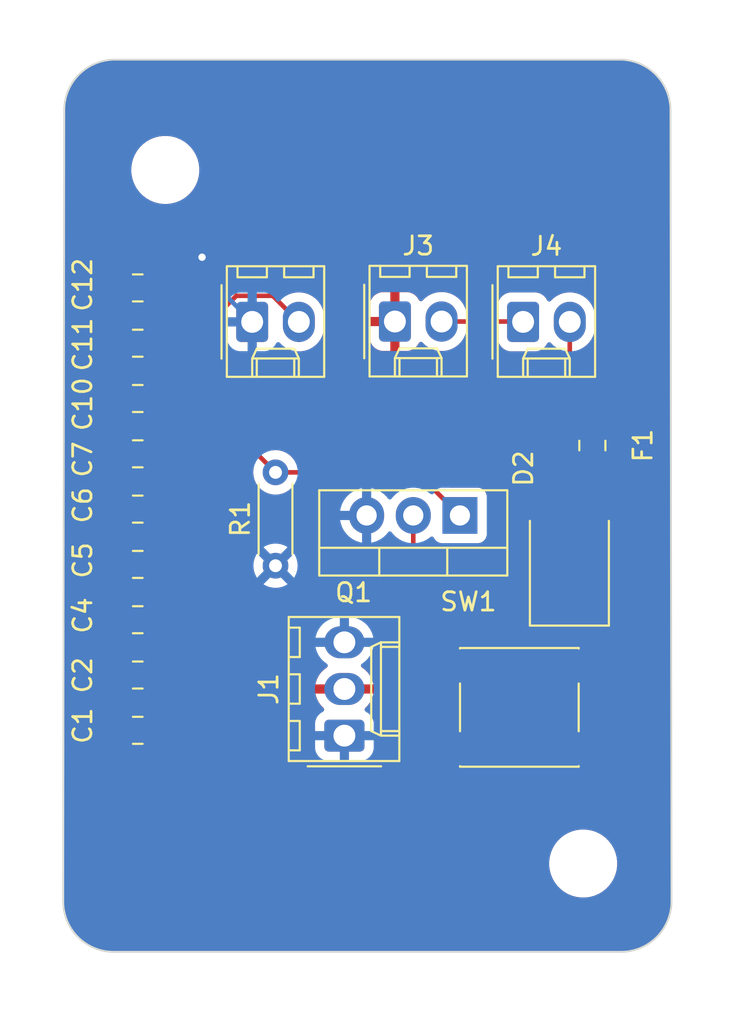
<source format=kicad_pcb>
(kicad_pcb (version 20240108) (generator "pcbnew") (generator_version "8.0")
  (title_block (title "Template") (date "2022-08-16") (rev "0.0") (company "Illini Solar Car") (comment 1 "Designed By: Your Name"))
  (layers (0 "F.Cu" signal) (31 "B.Cu" signal) (34 "B.Paste" user) (35 "F.Paste" user) (36 "B.SilkS" user "B.Silkscreen") (37 "F.SilkS" user "F.Silkscreen") (38 "B.Mask" user) (39 "F.Mask" user) (44 "Edge.Cuts" user))
  (net 0 "")
  (net 1 "+24V")
  (net 2 "GND")
  (net 3 "/HORN_CONTROL")
  (net 4 "Net-(D2-A)")
  (net 5 "Net-(D2-K)")
  (net 6 "Net-(J4-Pin_2)")
  (net 7 "Net-(J3-Pin_2)")
  (footprint "Connector_Molex:Molex_KK-254_AE-6410-02A_1x02_P2.54mm_Vertical" (layer "F.Cu") (at 96.48 40.77)
    (property "Reference" "J4" (at 1.27 -4.12 360) (layer "F.SilkS"))
    (property "Value" "HORN_OUT2")
    (fp_line (start -1.67 -2) (end -1.67 2) (stroke (width 0.12)) (layer "F.SilkS"))
    (fp_line (start -1.38 -3.03) (end -1.38 2.99) (stroke (width 0.12)) (layer "F.SilkS"))
    (fp_line (start -1.38 2.99) (end 3.92 2.99) (stroke (width 0.12)) (layer "F.SilkS"))
    (fp_line (start -0.8 -3.03) (end -0.8 -2.43) (stroke (width 0.12)) (layer "F.SilkS"))
    (fp_line (start -0.8 -2.43) (end 0.8 -2.43) (stroke (width 0.12)) (layer "F.SilkS"))
    (fp_line (start 0 1.99) (end 0.25 1.46) (stroke (width 0.12)) (layer "F.SilkS"))
    (fp_line (start 0 1.99) (end 2.54 1.99) (stroke (width 0.12)) (layer "F.SilkS"))
    (fp_line (start 0 2.99) (end 0 1.99) (stroke (width 0.12)) (layer "F.SilkS"))
    (fp_line (start 0.25 1.46) (end 2.29 1.46) (stroke (width 0.12)) (layer "F.SilkS"))
    (fp_line (start 0.25 2.99) (end 0.25 1.99) (stroke (width 0.12)) (layer "F.SilkS"))
    (fp_line (start 0.8 -2.43) (end 0.8 -3.03) (stroke (width 0.12)) (layer "F.SilkS"))
    (fp_line (start 1.74 -3.03) (end 1.74 -2.43) (stroke (width 0.12)) (layer "F.SilkS"))
    (fp_line (start 1.74 -2.43) (end 3.34 -2.43) (stroke (width 0.12)) (layer "F.SilkS"))
    (fp_line (start 2.29 1.46) (end 2.54 1.99) (stroke (width 0.12)) (layer "F.SilkS"))
    (fp_line (start 2.29 2.99) (end 2.29 1.99) (stroke (width 0.12)) (layer "F.SilkS"))
    (fp_line (start 2.54 1.99) (end 2.54 2.99) (stroke (width 0.12)) (layer "F.SilkS"))
    (fp_line (start 3.34 -2.43) (end 3.34 -3.03) (stroke (width 0.12)) (layer "F.SilkS"))
    (fp_line (start 3.92 -3.03) (end -1.38 -3.03) (stroke (width 0.12)) (layer "F.SilkS"))
    (fp_line (start 3.92 2.99) (end 3.92 -3.03) (stroke (width 0.12)) (layer "F.SilkS"))
    (pad "1" thru_hole roundrect (at 0 0) (size 1.74 2.19) (drill 1.19) (layers "*.Cu" "*.Mask") (roundrect_rratio 0.143678) (net 7 "Net-(J3-Pin_2)"))
    (pad "2" thru_hole oval (at 2.54 0) (size 1.74 2.19) (drill 1.19) (layers "*.Cu" "*.Mask") (net 6 "Net-(J4-Pin_2)"))
  )
  (footprint "Capacitor_SMD:C_0805_2012Metric_Pad1.18x1.45mm_HandSolder" (layer "F.Cu") (at 75.5 44.94 180)
    (property "Reference" "C10" (at 3 -0.31 90) (layer "F.SilkS"))
    (property "Value" "C")
    (fp_line (start -0.261252 0.735) (end 0.261252 0.735) (stroke (width 0.12)) (layer "F.SilkS"))
    (fp_line (start -0.261252 -0.735) (end 0.261252 -0.735) (stroke (width 0.12)) (layer "F.SilkS"))
    (pad "1" smd roundrect (at -1.0375 0 180) (size 1.175 1.45) (layers "F.Cu" "F.Paste" "F.Mask") (roundrect_rratio 0.212766) (net 3 "/HORN_CONTROL"))
    (pad "2" smd roundrect (at 1.0375 0 180) (size 1.175 1.45) (layers "F.Cu" "F.Paste" "F.Mask") (roundrect_rratio 0.212766) (net 2 "GND"))
  )
  (footprint "Capacitor_SMD:C_0805_2012Metric_Pad1.18x1.45mm_HandSolder" (layer "F.Cu") (at 75.5 53.97 180)
    (property "Reference" "C5" (at 3 0.22 90) (layer "F.SilkS"))
    (property "Value" "10 uF")
    (fp_line (start -0.261252 0.735) (end 0.261252 0.735) (stroke (width 0.12)) (layer "F.SilkS"))
    (fp_line (start -0.261252 -0.735) (end 0.261252 -0.735) (stroke (width 0.12)) (layer "F.SilkS"))
    (pad "1" smd roundrect (at -1.0375 0 180) (size 1.175 1.45) (layers "F.Cu" "F.Paste" "F.Mask") (roundrect_rratio 0.212766) (net 1 "+24V"))
    (pad "2" smd roundrect (at 1.0375 0 180) (size 1.175 1.45) (layers "F.Cu" "F.Paste" "F.Mask") (roundrect_rratio 0.212766) (net 2 "GND"))
  )
  (footprint "Resistor_THT:R_Axial_DIN0204_L3.6mm_D1.6mm_P5.08mm_Horizontal" (layer "F.Cu") (at 83 54.04 90)
    (property "Reference" "R1" (at 2.54 -1.92 90) (layer "F.SilkS"))
    (property "Value" "1K")
    (fp_line (start 0.62 -0.92) (end 4.46 -0.92) (stroke (width 0.12)) (layer "F.SilkS"))
    (fp_line (start 0.62 0.92) (end 4.46 0.92) (stroke (width 0.12)) (layer "F.SilkS"))
    (pad "1" thru_hole circle (at 0 0 90) (size 1.4 1.4) (drill 0.7) (layers "*.Cu" "*.Mask") (net 2 "GND"))
    (pad "2" thru_hole oval (at 5.08 0 90) (size 1.4 1.4) (drill 0.7) (layers "*.Cu" "*.Mask") (net 3 "/HORN_CONTROL"))
  )
  (footprint "Diode_SMD:D_SMB" (layer "F.Cu") (at 99 53.75 90)
    (property "Reference" "D2" (at 5 -2.5 90) (layer "F.SilkS"))
    (property "Value" "S2JTR")
    (fp_line (start -3.55 -2.15) (end 2.15 -2.15) (stroke (width 0.12)) (layer "F.SilkS"))
    (fp_line (start -3.55 -2.15) (end -3.55 2.15) (stroke (width 0.12)) (layer "F.SilkS"))
    (fp_line (start -3.55 2.15) (end 2.15 2.15) (stroke (width 0.12)) (layer "F.SilkS"))
    (pad "1" smd rect (at -2.15 0 90) (size 2.5 2.3) (layers "F.Cu" "F.Paste" "F.Mask") (net 5 "Net-(D2-K)"))
    (pad "2" smd rect (at 2.15 0 90) (size 2.5 2.3) (layers "F.Cu" "F.Paste" "F.Mask") (net 4 "Net-(D2-A)"))
  )
  (footprint "Capacitor_SMD:C_0805_2012Metric_Pad1.18x1.45mm_HandSolder" (layer "F.Cu") (at 75.5 47.95 180)
    (property "Reference" "C7" (at 3 -0.3 90) (layer "F.SilkS"))
    (property "Value" "1 uF")
    (fp_line (start -0.261252 0.735) (end 0.261252 0.735) (stroke (width 0.12)) (layer "F.SilkS"))
    (fp_line (start -0.261252 -0.735) (end 0.261252 -0.735) (stroke (width 0.12)) (layer "F.SilkS"))
    (pad "1" smd roundrect (at -1.0375 0 180) (size 1.175 1.45) (layers "F.Cu" "F.Paste" "F.Mask") (roundrect_rratio 0.212766) (net 1 "+24V"))
    (pad "2" smd roundrect (at 1.0375 0 180) (size 1.175 1.45) (layers "F.Cu" "F.Paste" "F.Mask") (roundrect_rratio 0.212766) (net 2 "GND"))
  )
  (footprint "Capacitor_SMD:C_0805_2012Metric_Pad1.18x1.45mm_HandSolder" (layer "F.Cu") (at 75.5 38.92 180)
    (property "Reference" "C12" (at 3 0.17 90) (layer "F.SilkS"))
    (property "Value" ".01 uF" (hide yes))
    (fp_line (start -0.261252 0.735) (end 0.261252 0.735) (stroke (width 0.12)) (layer "F.SilkS"))
    (fp_line (start -0.261252 -0.735) (end 0.261252 -0.735) (stroke (width 0.12)) (layer "F.SilkS"))
    (pad "1" smd roundrect (at -1.0375 0 180) (size 1.175 1.45) (layers "F.Cu" "F.Paste" "F.Mask") (roundrect_rratio 0.212766) (net 1 "+24V"))
    (pad "2" smd roundrect (at 1.0375 0 180) (size 1.175 1.45) (layers "F.Cu" "F.Paste" "F.Mask") (roundrect_rratio 0.212766) (net 2 "GND"))
  )
  (footprint "Capacitor_SMD:C_0805_2012Metric_Pad1.18x1.45mm_HandSolder" (layer "F.Cu") (at 75.5 59.99 180)
    (property "Reference" "C2" (at 3 -0.01 90) (layer "F.SilkS"))
    (property "Value" ".01 uF")
    (fp_line (start -0.261252 0.735) (end 0.261252 0.735) (stroke (width 0.12)) (layer "F.SilkS"))
    (fp_line (start -0.261252 -0.735) (end 0.261252 -0.735) (stroke (width 0.12)) (layer "F.SilkS"))
    (pad "1" smd roundrect (at -1.0375 0 180) (size 1.175 1.45) (layers "F.Cu" "F.Paste" "F.Mask") (roundrect_rratio 0.212766) (net 1 "+24V"))
    (pad "2" smd roundrect (at 1.0375 0 180) (size 1.175 1.45) (layers "F.Cu" "F.Paste" "F.Mask") (roundrect_rratio 0.212766) (net 2 "GND"))
  )
  (footprint "Package_TO_SOT_THT:TO-220-3_Vertical" (layer "F.Cu") (at 93.04 51.305 180)
    (property "Reference" "Q1" (at 5.79 -4.195 360) (layer "F.SilkS"))
    (property "Value" "IRF540N")
    (fp_line (start 7.66 -3.27) (end 7.66 1.371) (stroke (width 0.12)) (layer "F.SilkS"))
    (fp_line (start 4.391 -3.27) (end 4.391 -1.76) (stroke (width 0.12)) (layer "F.SilkS"))
    (fp_line (start 0.69 -3.27) (end 0.69 -1.76) (stroke (width 0.12)) (layer "F.SilkS"))
    (fp_line (start -2.58 1.371) (end 7.66 1.371) (stroke (width 0.12)) (layer "F.SilkS"))
    (fp_line (start -2.58 -1.76) (end 7.66 -1.76) (stroke (width 0.12)) (layer "F.SilkS"))
    (fp_line (start -2.58 -3.27) (end 7.66 -3.27) (stroke (width 0.12)) (layer "F.SilkS"))
    (fp_line (start -2.58 -3.27) (end -2.58 1.371) (stroke (width 0.12)) (layer "F.SilkS"))
    (pad "1" thru_hole rect (at 0 0 180) (size 1.905 2) (drill 1.1) (layers "*.Cu" "*.Mask") (net 3 "/HORN_CONTROL"))
    (pad "2" thru_hole oval (at 2.54 0 180) (size 1.905 2) (drill 1.1) (layers "*.Cu" "*.Mask") (net 5 "Net-(D2-K)"))
    (pad "3" thru_hole oval (at 5.08 0 180) (size 1.905 2) (drill 1.1) (layers "*.Cu" "*.Mask") (net 2 "GND"))
  )
  (footprint "Capacitor_SMD:C_0805_2012Metric_Pad1.18x1.45mm_HandSolder" (layer "F.Cu") (at 75.5 41.93 180)
    (property "Reference" "C11" (at 3 -0.07 90) (layer "F.SilkS"))
    (property "Value" ".01 uF" (hide yes))
    (fp_line (start -0.261252 0.735) (end 0.261252 0.735) (stroke (width 0.12)) (layer "F.SilkS"))
    (fp_line (start -0.261252 -0.735) (end 0.261252 -0.735) (stroke (width 0.12)) (layer "F.SilkS"))
    (pad "1" smd roundrect (at -1.0375 0 180) (size 1.175 1.45) (layers "F.Cu" "F.Paste" "F.Mask") (roundrect_rratio 0.212766) (net 1 "+24V"))
    (pad "2" smd roundrect (at 1.0375 0 180) (size 1.175 1.45) (layers "F.Cu" "F.Paste" "F.Mask") (roundrect_rratio 0.212766) (net 2 "GND"))
  )
  (footprint "Connector_Molex:Molex_KK-254_AE-6410-02A_1x02_P2.54mm_Vertical" (layer "F.Cu") (at 81.73 40.77)
    (property "Reference" "J2" (hide yes))
    (property "Value" "HORN_CONTROL")
    (fp_line (start -1.67 -2) (end -1.67 2) (stroke (width 0.12)) (layer "F.SilkS"))
    (fp_line (start -1.38 -3.03) (end -1.38 2.99) (stroke (width 0.12)) (layer "F.SilkS"))
    (fp_line (start -1.38 2.99) (end 3.92 2.99) (stroke (width 0.12)) (layer "F.SilkS"))
    (fp_line (start -0.8 -3.03) (end -0.8 -2.43) (stroke (width 0.12)) (layer "F.SilkS"))
    (fp_line (start -0.8 -2.43) (end 0.8 -2.43) (stroke (width 0.12)) (layer "F.SilkS"))
    (fp_line (start 0 1.99) (end 0.25 1.46) (stroke (width 0.12)) (layer "F.SilkS"))
    (fp_line (start 0 1.99) (end 2.54 1.99) (stroke (width 0.12)) (layer "F.SilkS"))
    (fp_line (start 0 2.99) (end 0 1.99) (stroke (width 0.12)) (layer "F.SilkS"))
    (fp_line (start 0.25 1.46) (end 2.29 1.46) (stroke (width 0.12)) (layer "F.SilkS"))
    (fp_line (start 0.25 2.99) (end 0.25 1.99) (stroke (width 0.12)) (layer "F.SilkS"))
    (fp_line (start 0.8 -2.43) (end 0.8 -3.03) (stroke (width 0.12)) (layer "F.SilkS"))
    (fp_line (start 1.74 -3.03) (end 1.74 -2.43) (stroke (width 0.12)) (layer "F.SilkS"))
    (fp_line (start 1.74 -2.43) (end 3.34 -2.43) (stroke (width 0.12)) (layer "F.SilkS"))
    (fp_line (start 2.29 1.46) (end 2.54 1.99) (stroke (width 0.12)) (layer "F.SilkS"))
    (fp_line (start 2.29 2.99) (end 2.29 1.99) (stroke (width 0.12)) (layer "F.SilkS"))
    (fp_line (start 2.54 1.99) (end 2.54 2.99) (stroke (width 0.12)) (layer "F.SilkS"))
    (fp_line (start 3.34 -2.43) (end 3.34 -3.03) (stroke (width 0.12)) (layer "F.SilkS"))
    (fp_line (start 3.92 -3.03) (end -1.38 -3.03) (stroke (width 0.12)) (layer "F.SilkS"))
    (fp_line (start 3.92 2.99) (end 3.92 -3.03) (stroke (width 0.12)) (layer "F.SilkS"))
    (pad "1" thru_hole roundrect (at 0 0) (size 1.74 2.19) (drill 1.19) (layers "*.Cu" "*.Mask") (roundrect_rratio 0.143678) (net 2 "GND"))
    (pad "2" thru_hole oval (at 2.54 0) (size 1.74 2.19) (drill 1.19) (layers "*.Cu" "*.Mask") (net 3 "/HORN_CONTROL"))
  )
  (footprint "Fuse:Fuse_0805_2012Metric_Pad1.15x1.40mm_HandSolder" (layer "F.Cu") (at 100.25 47.5 -90)
    (property "Reference" "F1" (at 0 -2.75 90) (layer "F.SilkS"))
    (property "Value" "2A")
    (fp_line (start -0.261252 0.71) (end 0.261252 0.71) (stroke (width 0.12)) (layer "F.SilkS"))
    (fp_line (start -0.261252 -0.71) (end 0.261252 -0.71) (stroke (width 0.12)) (layer "F.SilkS"))
    (pad "1" smd roundrect (at -1.025 0 270) (size 1.15 1.4) (layers "F.Cu" "F.Paste" "F.Mask") (roundrect_rratio 0.217391) (net 6 "Net-(J4-Pin_2)"))
    (pad "2" smd roundrect (at 1.025 0 270) (size 1.15 1.4) (layers "F.Cu" "F.Paste" "F.Mask") (roundrect_rratio 0.217391) (net 4 "Net-(D2-A)"))
  )
  (footprint "Connector_Molex:Molex_KK-254_AE-6410-02A_1x02_P2.54mm_Vertical" (layer "F.Cu") (at 89.5 40.75)
    (property "Reference" "J3" (at 1.27 -4.12 360) (layer "F.SilkS"))
    (property "Value" "HORN_OUT1")
    (fp_line (start -1.67 -2) (end -1.67 2) (stroke (width 0.12)) (layer "F.SilkS"))
    (fp_line (start -1.38 -3.03) (end -1.38 2.99) (stroke (width 0.12)) (layer "F.SilkS"))
    (fp_line (start -1.38 2.99) (end 3.92 2.99) (stroke (width 0.12)) (layer "F.SilkS"))
    (fp_line (start -0.8 -3.03) (end -0.8 -2.43) (stroke (width 0.12)) (layer "F.SilkS"))
    (fp_line (start -0.8 -2.43) (end 0.8 -2.43) (stroke (width 0.12)) (layer "F.SilkS"))
    (fp_line (start 0 1.99) (end 0.25 1.46) (stroke (width 0.12)) (layer "F.SilkS"))
    (fp_line (start 0 1.99) (end 2.54 1.99) (stroke (width 0.12)) (layer "F.SilkS"))
    (fp_line (start 0 2.99) (end 0 1.99) (stroke (width 0.12)) (layer "F.SilkS"))
    (fp_line (start 0.25 1.46) (end 2.29 1.46) (stroke (width 0.12)) (layer "F.SilkS"))
    (fp_line (start 0.25 2.99) (end 0.25 1.99) (stroke (width 0.12)) (layer "F.SilkS"))
    (fp_line (start 0.8 -2.43) (end 0.8 -3.03) (stroke (width 0.12)) (layer "F.SilkS"))
    (fp_line (start 1.74 -3.03) (end 1.74 -2.43) (stroke (width 0.12)) (layer "F.SilkS"))
    (fp_line (start 1.74 -2.43) (end 3.34 -2.43) (stroke (width 0.12)) (layer "F.SilkS"))
    (fp_line (start 2.29 1.46) (end 2.54 1.99) (stroke (width 0.12)) (layer "F.SilkS"))
    (fp_line (start 2.29 2.99) (end 2.29 1.99) (stroke (width 0.12)) (layer "F.SilkS"))
    (fp_line (start 2.54 1.99) (end 2.54 2.99) (stroke (width 0.12)) (layer "F.SilkS"))
    (fp_line (start 3.34 -2.43) (end 3.34 -3.03) (stroke (width 0.12)) (layer "F.SilkS"))
    (fp_line (start 3.92 -3.03) (end -1.38 -3.03) (stroke (width 0.12)) (layer "F.SilkS"))
    (fp_line (start 3.92 2.99) (end 3.92 -3.03) (stroke (width 0.12)) (layer "F.SilkS"))
    (pad "1" thru_hole roundrect (at 0 0) (size 1.74 2.19) (drill 1.19) (layers "*.Cu" "*.Mask") (roundrect_rratio 0.143678) (net 1 "+24V"))
    (pad "2" thru_hole oval (at 2.54 0) (size 1.74 2.19) (drill 1.19) (layers "*.Cu" "*.Mask") (net 7 "Net-(J3-Pin_2)"))
  )
  (footprint "MountingHole:MountingHole_3.2mm_M3" (layer "F.Cu") (at 99.75 70.25)
    (property "Reference" "REF**" (hide yes))
    (property "Value" "MountingHole_3.2mm_M3")
    (pad "" np_thru_hole circle (at 0 0) (size 3.2 3.2) (drill 3.2) (layers "*.Cu" "*.Mask"))
  )
  (footprint "Capacitor_SMD:C_0805_2012Metric_Pad1.18x1.45mm_HandSolder" (layer "F.Cu") (at 75.5 63 180)
    (property "Reference" "C1" (at 3 0.25 90) (layer "F.SilkS"))
    (property "Value" "100 uF")
    (fp_line (start -0.261252 0.735) (end 0.261252 0.735) (stroke (width 0.12)) (layer "F.SilkS"))
    (fp_line (start -0.261252 -0.735) (end 0.261252 -0.735) (stroke (width 0.12)) (layer "F.SilkS"))
    (pad "1" smd roundrect (at -1.0375 0 180) (size 1.175 1.45) (layers "F.Cu" "F.Paste" "F.Mask") (roundrect_rratio 0.212766) (net 1 "+24V"))
    (pad "2" smd roundrect (at 1.0375 0 180) (size 1.175 1.45) (layers "F.Cu" "F.Paste" "F.Mask") (roundrect_rratio 0.212766) (net 2 "GND"))
  )
  (footprint "Button_Switch_SMD:SW_Push_1P1T_NO_6x6mm_H9.5mm" (layer "F.Cu") (at 96.275 61.75)
    (property "Reference" "SW1" (at -2.775 -5.75 0) (layer "F.SilkS"))
    (property "Value" "SW_Push")
    (fp_line (start -3.23 -3.23) (end 3.23 -3.23) (stroke (width 0.12)) (layer "F.SilkS"))
    (fp_line (start -3.23 -3.2) (end -3.23 -3.23) (stroke (width 0.12)) (layer "F.SilkS"))
    (fp_line (start -3.23 -1.3) (end -3.23 1.3) (stroke (width 0.12)) (layer "F.SilkS"))
    (fp_line (start -3.23 3.23) (end -3.23 3.2) (stroke (width 0.12)) (layer "F.SilkS"))
    (fp_line (start -3.23 3.23) (end 3.23 3.23) (stroke (width 0.12)) (layer "F.SilkS"))
    (fp_line (start 3.23 -3.23) (end 3.23 -3.2) (stroke (width 0.12)) (layer "F.SilkS"))
    (fp_line (start 3.23 -1.3) (end 3.23 1.3) (stroke (width 0.12)) (layer "F.SilkS"))
    (fp_line (start 3.23 3.23) (end 3.23 3.2) (stroke (width 0.12)) (layer "F.SilkS"))
    (pad "1" smd rect (at -3.975 -2.25) (size 1.55 1.3) (layers "F.Cu" "F.Paste" "F.Mask") (net 5 "Net-(D2-K)"))
    (pad "1" smd rect (at 3.975 -2.25) (size 1.55 1.3) (layers "F.Cu" "F.Paste" "F.Mask") (net 5 "Net-(D2-K)"))
    (pad "2" smd rect (at -3.975 2.25) (size 1.55 1.3) (layers "F.Cu" "F.Paste" "F.Mask") (net 2 "GND"))
    (pad "2" smd rect (at 3.975 2.25) (size 1.55 1.3) (layers "F.Cu" "F.Paste" "F.Mask") (net 2 "GND"))
  )
  (footprint "Connector_Molex:Molex_KK-254_AE-6410-03A_1x03_P2.54mm_Vertical" (layer "F.Cu") (at 86.75 63.29 90)
    (property "Reference" "J1" (at 2.54 -4.12 90) (layer "F.SilkS"))
    (property "Value" "Power")
    (fp_line (start 6.46 -3.03) (end -1.38 -3.03) (stroke (width 0.12)) (layer "F.SilkS"))
    (fp_line (start 4.28 -3.03) (end 4.28 -2.43) (stroke (width 0.12)) (layer "F.SilkS"))
    (fp_line (start 1.74 -3.03) (end 1.74 -2.43) (stroke (width 0.12)) (layer "F.SilkS"))
    (fp_line (start -0.8 -3.03) (end -0.8 -2.43) (stroke (width 0.12)) (layer "F.SilkS"))
    (fp_line (start -1.38 -3.03) (end -1.38 2.99) (stroke (width 0.12)) (layer "F.SilkS"))
    (fp_line (start 5.88 -2.43) (end 5.88 -3.03) (stroke (width 0.12)) (layer "F.SilkS"))
    (fp_line (start 4.28 -2.43) (end 5.88 -2.43) (stroke (width 0.12)) (layer "F.SilkS"))
    (fp_line (start 3.34 -2.43) (end 3.34 -3.03) (stroke (width 0.12)) (layer "F.SilkS"))
    (fp_line (start 1.74 -2.43) (end 3.34 -2.43) (stroke (width 0.12)) (layer "F.SilkS"))
    (fp_line (start 0.8 -2.43) (end 0.8 -3.03) (stroke (width 0.12)) (layer "F.SilkS"))
    (fp_line (start -0.8 -2.43) (end 0.8 -2.43) (stroke (width 0.12)) (layer "F.SilkS"))
    (fp_line (start -1.67 -2) (end -1.67 2) (stroke (width 0.12)) (layer "F.SilkS"))
    (fp_line (start 4.83 1.46) (end 5.08 1.99) (stroke (width 0.12)) (layer "F.SilkS"))
    (fp_line (start 0.25 1.46) (end 4.83 1.46) (stroke (width 0.12)) (layer "F.SilkS"))
    (fp_line (start 5.08 1.99) (end 5.08 2.99) (stroke (width 0.12)) (layer "F.SilkS"))
    (fp_line (start 0 1.99) (end 0.25 1.46) (stroke (width 0.12)) (layer "F.SilkS"))
    (fp_line (start 0 1.99) (end 5.08 1.99) (stroke (width 0.12)) (layer "F.SilkS"))
    (fp_line (start 6.46 2.99) (end 6.46 -3.03) (stroke (width 0.12)) (layer "F.SilkS"))
    (fp_line (start 4.83 2.99) (end 4.83 1.99) (stroke (width 0.12)) (layer "F.SilkS"))
    (fp_line (start 0.25 2.99) (end 0.25 1.99) (stroke (width 0.12)) (layer "F.SilkS"))
    (fp_line (start 0 2.99) (end 0 1.99) (stroke (width 0.12)) (layer "F.SilkS"))
    (fp_line (start -1.38 2.99) (end 6.46 2.99) (stroke (width 0.12)) (layer "F.SilkS"))
    (pad "1" thru_hole roundrect (at 0 0 90) (size 1.74 2.19) (drill 1.19) (layers "*.Cu" "*.Mask") (roundrect_rratio 0.143678) (net 2 "GND"))
    (pad "2" thru_hole oval (at 2.54 0 90) (size 1.74 2.19) (drill 1.19) (layers "*.Cu" "*.Mask") (net 1 "+24V"))
    (pad "3" thru_hole oval (at 5.08 0 90) (size 1.74 2.19) (drill 1.19) (layers "*.Cu" "*.Mask") (net 2 "GND"))
  )
  (footprint "MountingHole:MountingHole_3.2mm_M3" (layer "F.Cu") (at 77 32.5)
    (property "Reference" "REF**" (hide yes))
    (property "Value" "MountingHole_3.2mm_M3" (hide yes))
    (pad "" np_thru_hole circle (at 0 0) (size 3.2 3.2) (drill 3.2) (layers "*.Cu" "*.Mask"))
  )
  (footprint "Capacitor_SMD:C_0805_2012Metric_Pad1.18x1.45mm_HandSolder" (layer "F.Cu") (at 75.5 56.98 180)
    (property "Reference" "C4" (at 3 0.23 90) (layer "F.SilkS"))
    (property "Value" "10 uF")
    (fp_line (start -0.261252 0.735) (end 0.261252 0.735) (stroke (width 0.12)) (layer "F.SilkS"))
    (fp_line (start -0.261252 -0.735) (end 0.261252 -0.735) (stroke (width 0.12)) (layer "F.SilkS"))
    (pad "1" smd roundrect (at -1.0375 0 180) (size 1.175 1.45) (layers "F.Cu" "F.Paste" "F.Mask") (roundrect_rratio 0.212766) (net 1 "+24V"))
    (pad "2" smd roundrect (at 1.0375 0 180) (size 1.175 1.45) (layers "F.Cu" "F.Paste" "F.Mask") (roundrect_rratio 0.212766) (net 2 "GND"))
  )
  (footprint "Capacitor_SMD:C_0805_2012Metric_Pad1.18x1.45mm_HandSolder" (layer "F.Cu") (at 75.5 50.96 180)
    (property "Reference" "C6" (at 3 0.21 90) (layer "F.SilkS"))
    (property "Value" "1 uF")
    (fp_line (start -0.261252 0.735) (end 0.261252 0.735) (stroke (width 0.12)) (layer "F.SilkS"))
    (fp_line (start -0.261252 -0.735) (end 0.261252 -0.735) (stroke (width 0.12)) (layer "F.SilkS"))
    (pad "1" smd roundrect (at -1.0375 0 180) (size 1.175 1.45) (layers "F.Cu" "F.Paste" "F.Mask") (roundrect_rratio 0.212766) (net 1 "+24V"))
    (pad "2" smd roundrect (at 1.0375 0 180) (size 1.175 1.45) (layers "F.Cu" "F.Paste" "F.Mask") (roundrect_rratio 0.212766) (net 2 "GND"))
  )
  (gr_arc (start 71.5 29.25) (mid 72.305456 27.305456) (end 74.25 26.5) (stroke (width 0.1)) (layer "Edge.Cuts"))
  (gr_line (start 71.5 29.25) (end 71.444544 72.305456) (stroke (width 0.1)) (layer "Edge.Cuts"))
  (gr_arc (start 74.194544 75.055456) (mid 72.249999 74.25) (end 71.444544 72.305456) (stroke (width 0.1)) (layer "Edge.Cuts"))
  (gr_line (start 104.555456 72.305455) (end 104.5 29.25) (stroke (width 0.1)) (layer "Edge.Cuts"))
  (gr_arc (start 104.555456 72.305455) (mid 103.750001 74.25) (end 101.805456 75.055455) (stroke (width 0.1)) (layer "Edge.Cuts"))
  (gr_line (start 101.75 26.5) (end 74.25 26.5) (stroke (width 0.1)) (layer "Edge.Cuts"))
  (gr_line (start 74.194544 75.055456) (end 101.805456 75.055455) (stroke (width 0.1)) (layer "Edge.Cuts"))
  (gr_arc (start 101.75 26.5) (mid 103.694544 27.305456) (end 104.5 29.25) (stroke (width 0.1)) (layer "Edge.Cuts"))
  (segment (start 76.5375 41.93) (end 76.7975 42.19) (width 0.25) (layer "F.Cu") (net 1))
  (segment (start 76.5375 56.98) (end 76.5375 53.97) (width 0.25) (layer "F.Cu") (net 1))
  (segment (start 75.625 47.0375) (end 75.625 42.8425) (width 0.25) (layer "F.Cu") (net 1))
  (segment (start 76.5375 38.92) (end 76.5375 41.93) (width 0.25) (layer "F.Cu") (net 1))
  (segment (start 76.5375 41.93) (end 76.5375 40.4625) (width 0.25) (layer "F.Cu") (net 1))
  (segment (start 76.5375 47.95) (end 75.625 47.0375) (width 0.25) (layer "F.Cu") (net 1))
  (segment (start 75.625 42.8425) (end 76.5375 41.93) (width 0.25) (layer "F.Cu") (net 1))
  (segment (start 76.5375 50.96) (end 76.5375 47.95) (width 0.25) (layer "F.Cu") (net 1))
  (segment (start 77.2975 60.75) (end 76.5375 59.99) (width 0.25) (layer "F.Cu") (net 1))
  (segment (start 76.5375 59.99) (end 76.5375 56.98) (width 0.25) (layer "F.Cu") (net 1))
  (segment (start 86.75 60.75) (end 77.2975 60.75) (width 0.25) (layer "F.Cu") (net 1))
  (segment (start 76.5375 63) (end 76.5375 59.99) (width 0.25) (layer "F.Cu") (net 1))
  (segment (start 76.5375 53.97) (end 76.5375 50.96) (width 0.25) (layer "F.Cu") (net 1))
  (segment (start 92 64) (end 91.29 63.29) (width 0.25) (layer "F.Cu") (net 2))
  (segment (start 74.4625 56.98) (end 74.4625 59.99) (width 0.25) (layer "F.Cu") (net 2))
  (segment (start 74.4625 41.93) (end 74.4625 44.94) (width 0.25) (layer "F.Cu") (net 2))
  (segment (start 79 37.25) (end 76.1325 37.25) (width 0.25) (layer "F.Cu") (net 2))
  (segment (start 74.4625 53.97) (end 74.4625 56.98) (width 0.25) (layer "F.Cu") (net 2))
  (segment (start 74.4625 50.96) (end 74.4625 53.97) (width 0.25) (layer "F.Cu") (net 2))
  (segment (start 74.4625 44.94) (end 74.4625 47.95) (width 0.25) (layer "F.Cu") (net 2))
  (segment (start 74.4625 38.92) (end 74.4625 41.93) (width 0.25) (layer "F.Cu") (net 2))
  (segment (start 91.29 63.29) (end 86.75 63.29) (width 0.25) (layer "F.Cu") (net 2))
  (segment (start 100.25 64) (end 92.3 64) (width 0.25) (layer "F.Cu") (net 2))
  (segment (start 92.3 64) (end 92 64) (width 0.25) (layer "F.Cu") (net 2))
  (segment (start 74.4625 47.95) (end 74.4625 50.96) (width 0.25) (layer "F.Cu") (net 2))
  (segment (start 74.4625 63) (end 74.4625 59.99) (width 0.25) (layer "F.Cu") (net 2))
  (segment (start 76.1325 37.25) (end 74.4625 38.92) (width 0.25) (layer "F.Cu") (net 2))
  (via (at 79 37.25) (size 0.8) (drill 0.4) (layers "F.Cu" "B.Cu") (net 2))
  (segment (start 79 38.04) (end 79 37.25) (width 0.25) (layer "B.Cu") (net 2))
  (segment (start 81.73 40.77) (end 79 38.04) (width 0.25) (layer "B.Cu") (net 2))
  (segment (start 76.5375 43.6774) (end 80.8649 39.35) (width 0.25) (layer "F.Cu") (net 3))
  (segment (start 76.5375 44.94) (end 78.98 44.94) (width 0.25) (layer "F.Cu") (net 3))
  (segment (start 80.8649 39.35) (end 82.85 39.35) (width 0.25) (layer "F.Cu") (net 3))
  (segment (start 82.85 39.35) (end 84.27 40.77) (width 0.25) (layer "F.Cu") (net 3))
  (segment (start 93.04 51.305) (end 90.695 48.96) (width 0.25) (layer "F.Cu") (net 3))
  (segment (start 78.98 44.94) (end 83 48.96) (width 0.25) (layer "F.Cu") (net 3))
  (segment (start 90.695 48.96) (end 83 48.96) (width 0.25) (layer "F.Cu") (net 3))
  (segment (start 76.5375 44.94) (end 76.5375 43.6774) (width 0.25) (layer "F.Cu") (net 3))
  (segment (start 100.25 48.525) (end 100.25 50.35) (width 0.25) (layer "F.Cu") (net 4))
  (segment (start 100.25 50.35) (end 99 51.6) (width 0.25) (layer "F.Cu") (net 4))
  (segment (start 99 58.25) (end 100.25 59.5) (width 0.25) (layer "F.Cu") (net 5))
  (segment (start 90.5 57.7) (end 92.3 59.5) (width 0.25) (layer "F.Cu") (net 5))
  (segment (start 95.4 59.5) (end 99 55.9) (width 0.25) (layer "F.Cu") (net 5))
  (segment (start 92.3 59.5) (end 95.4 59.5) (width 0.25) (layer "F.Cu") (net 5))
  (segment (start 99 55.9) (end 99 58.25) (width 0.25) (layer "F.Cu") (net 5))
  (segment (start 90.5 51.305) (end 90.5 57.7) (width 0.25) (layer "F.Cu") (net 5))
  (segment (start 99.02 45.245) (end 100.25 46.475) (width 0.25) (layer "F.Cu") (net 6))
  (segment (start 99.02 40.77) (end 99.02 45.245) (width 0.25) (layer "F.Cu") (net 6))
  (segment (start 96.46 40.75) (end 96.48 40.77) (width 0.25) (layer "F.Cu") (net 7))
  (segment (start 92.04 40.75) (end 96.46 40.75) (width 0.25) (layer "F.Cu") (net 7))
  (zone (net 1) (net_name "+24V") (layer "F.Cu") (connect_pads (clearance 0.508)) (min_thickness 0.25) (fill yes (thermal_gap 0.5) (thermal_bridge_width 0.5))
    (polygon (pts (xy 108.25 23.25) (xy 68 23.25) (xy 68.25 79) (xy 108.25 78.5)))
  )
  (zone (net 2) (net_name "GND") (layer "B.Cu") (priority 1) (connect_pads (clearance 0.508)) (min_thickness 0.25) (fill yes (thermal_gap 0.5) (thermal_bridge_width 0.5))
    (polygon (pts (xy 108 77.5) (xy 69 77.5) (xy 69 24.25) (xy 107.5 24)))
  )
)
</source>
